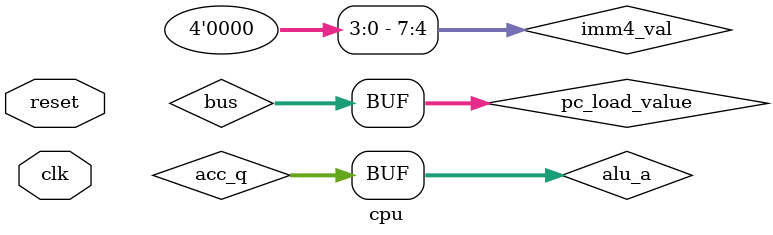
<source format=v>
`timescale 1ns/1ps

module cpu (
    input  wire clk,
    input  wire reset
);
    // bus connected to everything, bus can only be driven by one thing at a time
    wire [7:0] bus;

    // PC + ROM + IR
    wire [7:0] pc_out;
    wire [7:0] rom_dout;
    wire       rom_read;

    wire       pc_enable;
    wire       pc_load  = (is_JMP & T1);    // load PC at T1
    wire [7:0] pc_load_value = bus;         // new address comes from bus


    //program counter
    pc u_pc (
        .clk(clk),
        .reset(reset),
        .load(pc_load),
        .enable(pc_enable),
        .load_value(pc_load_value),
        .pc_out(pc_out)
    );

    //read only memory
    rom u_rom (
        .address(pc_out[3:0]),
        .read_en(rom_read),
        .data_out(rom_dout)
    );

    wire       ir_load;
    wire [7:0] IR;

    //instruction register
    ir u_ir (
        .clk(clk),
        .reset(reset),
        .load(ir_load),
        .instr_in(rom_dout),
        .instr_out(IR)
    );


    // Microstep counter T (00->11)
    reg [1:0] T;
    wire T0 = (T == 2'b00);
    wire T1 = (T == 2'b01);
    wire T2 = (T == 2'b10);
    wire T3 = (T == 2'b11);

    always @(posedge clk) begin //ever positive edge checks if reset is high, if not increment T
        if (reset) T <= 2'b00;
        else       T <= T + 2'b01;
    end

    wire [3:0] opcode = IR[7:4]; //the fetched instruction is split into opcode and low nibble
    wire [3:0] low    = IR[3:0];

    // Opcodes
    localparam [3:0] OP_LDI = 4'h1; // 4-bit imm
    localparam [3:0] OP_ADD = 4'h2; //add
    localparam [3:0] OP_SUB = 4'h3; //subtract
    localparam [3:0] OP_AND = 4'h4; //and  
    localparam [3:0] OP_OR  = 4'h5; //or
    localparam [3:0] OP_XOR = 4'h6; //xor
    localparam [3:0] OP_MOV = 4'h7; // move A
    localparam [3:0] OP_NOT = 4'h8; // not (A only)
    localparam [3:0] OP_PSB = 4'h9; // A<=Rn
    localparam [3:0] OP_INC = 4'hA; // increment (A only)
    localparam [3:0] OP_LD8 = 4'hB; // immediate 8
    localparam [3:0] OP_JMP = 4'hC; // jump
    localparam [3:0] OP_HLT = 4'hF; //halt

    //checks if each opcode is recieved and will set that instruction high
    wire is_LDI = (opcode == OP_LDI); 
    wire is_ADD = (opcode == OP_ADD);
    wire is_SUB = (opcode == OP_SUB);
    wire is_AND = (opcode == OP_AND);
    wire is_OR  = (opcode == OP_OR );
    wire is_XOR = (opcode == OP_XOR);
    wire is_MOV = (opcode == OP_MOV);
    wire is_NOT = (opcode == OP_NOT);
    wire is_PSB = (opcode == OP_PSB);
    wire is_INC = (opcode == OP_INC);
    wire is_LD8 = (opcode == OP_LD8);
    wire is_JMP = (opcode == OP_JMP);
    wire is_HLT = (opcode == OP_HLT);
    

    // One-hot decode for R1 to R7
    wire [2:0] n3 = low[2:0];
    wire [7:1] n_oh;
    //one hot outputs:  comparison outputs 1 if the operand selects that register, else 0 
    assign n_oh[1] = (n3 == 3'd1);
    assign n_oh[2] = (n3 == 3'd2);
    assign n_oh[3] = (n3 == 3'd3);
    assign n_oh[4] = (n3 == 3'd4);
    assign n_oh[5] = (n3 == 3'd5);
    assign n_oh[6] = (n3 == 3'd6);
    assign n_oh[7] = (n3 == 3'd7);


    // Accumulator bus A
    wire        acc_load_en; //load from A bus
    wire        acc_out_en; //drive A on to bus
    wire [7:0]  acc_q; //current A value
    wire [7:0]  acc_hold_or_bus; //next value line that will be fed into accumulator

    genvar ai;
    generate
        for (ai = 0; ai < 8; ai = ai + 1) begin : g_acc_mux
            mux2 u_acc_mux (
            .A(acc_q[ai]), //current A bit 
            .B(bus[ai]), // the bit on bus
            .S(acc_load_en), //selcts load from bus or hold
            .Y(acc_hold_or_bus[ai])); //output of each mux
        end
    endgenerate

    reg8 u_acc_reg (
        .D   (acc_hold_or_bus), //this is the A reg 
        .clk (clk),
        .set (1'b0),
        .reset(reset),
        .Q   (acc_q)
    );

    // A drive bus
    genvar ao; 
    generate
        for (ao = 0; ao < 8; ao = ao + 1) begin : g_acc_drive
            bufif1 u_acc_buf (
            bus[ao], //output
            acc_q[ao], //input
            acc_out_en); //enable
        end
    endgenerate

    // GPRs R1->R7 shard bus
    wire [7:1] r_out_en, r_load_en; //drive to / load from the bus enables

    genvar ri;
    generate //generate all 7 general purpose registers
        for (ri = 1; ri <= 7; ri = ri + 1) begin : g_gprs 
            gpr u_gpr (
                .clk     (clk),
                .reset   (reset),
                .load_en (r_load_en[ri]),
                .out_en  (r_out_en[ri]),
                .bus_in  (bus),
                .bus_out (bus)
            );
        end
    endgenerate

    // ALU + B-latch
    wire       b_load = (is_ADD | is_SUB | is_AND | is_OR | is_XOR | is_PSB) & T1;
    wire [7:0] b_q, b_next;

    genvar bi;
    generate
        for (bi = 0; bi < 8; bi = bi + 1) begin : g_bmux
            mux2 u_bmux (
                .A(b_q[bi]),
                .B(bus[bi]), 
                .S(b_load), 
                .Y(b_next[bi]));
        end
    endgenerate

    reg8 u_breg (.D(b_next), .clk(clk), .set(1'b0), .reset(reset), .Q(b_q));

    wire [7:0] alu_a = acc_q;
    wire [7:0] alu_b = b_q;
    wire [2:0] alu_op;
    wire [7:0] alu_y;
    wire       alu_out_en;

    alu_8bit u_alu (.a(alu_a), .b(alu_b), .op(alu_op), .result(alu_y));

    genvar yi;
    generate
        for (yi = 0; yi < 8; yi = yi + 1) begin : g_alu_drive
            bufif1 u_alu_buf (
                bus[yi],
                alu_y[yi],
                alu_out_en);
        end
    endgenerate

    // Immediate drivers

    // LDI imm4 at T1
    wire       imm4_out_en = (is_LDI & T1); //enable for imm val driver
    wire [7:0] imm4_val    = {4'b0000, low}; //concatonate 0000 with low nibble

    genvar ii;
    generate
        for (ii = 0; ii < 8; ii = ii + 1) begin : g_imm4_drive
            bufif1 u_imm4_buf (
            bus[ii], //drive output to shared bus
            imm4_val[ii], //bit to be driven 
            imm4_out_en); //enable bit of the tri state buff
        end
    endgenerate

    // loading full byte
    wire rom_bus_en = ((is_LD8 | is_JMP) & T1); //LD8 or jump is called 

    genvar irb; //index for rom bus
    generate
        for (irb = 0; irb < 8; irb = irb + 1) begin : g_rom_bus_drive
            bufif1 u_rom_buf (
                bus[irb], //drive to shared bus
                rom_dout[irb], //where data is coming from
                rom_bus_en //enable drive
                );
        end
    endgenerate

    // RAM 
    wire [7:0] ram_dout; //read from ram
    ram u_ram (
        .clk      (clk),
        .address  (pc_out[3:0]), //address of instrcuon being fetched
        .write_en (1'b0), //disabled
        .read_en  (1'b0), //disabled
        .data_in  (bus), //data to be written
        .data_out (ram_dout) //data read from ram
    );

    // Control timing: fetch and enable
 
    assign rom_read  = T0 | ((is_LD8 | is_JMP) & T1);

    assign ir_load   = T0; // IR loads only on opcode fetch

    
    assign pc_enable = (T0 & ~is_HLT) | (is_LD8 & T1); // PC increments each T0 and also at T1 for LDI8 to skip the immediate byte

    // Phase flags
    wire bin_t1_driveRn = ((is_ADD | is_SUB | is_AND | is_OR | is_XOR | is_PSB) & T1); //used to set r_out_en[n]

    //result written back into A (binary ops)
    wire add_t2_writeA  = (is_ADD & T2);
    wire sub_t2_writeA  = (is_SUB & T2);
    wire and_t2_writeA  = (is_AND & T2);
    wire or__t2_writeA  = (is_OR  & T2);
    wire xor_t2_writeA  = (is_XOR & T2);
    wire psb_t2_writeA  = (is_PSB & T2);

    //alu result islatched at T2, so A loads then (unary ops)
    wire not_t2_writeA  = (is_NOT & T2); 
    wire inc_t2_writeA  = (is_INC & T2); 

    //same deal at T1
    wire ldi4_t1_writeA = (is_LDI & T1);
    wire ldi8_t1_writeA = (is_LD8 & T1);

    // Rn drives bus at T1 for all binary ops
    assign r_out_en[1] = bin_t1_driveRn & n_oh[1];
    assign r_out_en[2] = bin_t1_driveRn & n_oh[2];
    assign r_out_en[3] = bin_t1_driveRn & n_oh[3];
    assign r_out_en[4] = bin_t1_driveRn & n_oh[4];
    assign r_out_en[5] = bin_t1_driveRn & n_oh[5];
    assign r_out_en[6] = bin_t1_driveRn & n_oh[6];
    assign r_out_en[7] = bin_t1_driveRn & n_oh[7];

    // MOV: A drives bus across T1 & T2; Rn loads at T2
    //copy A’s value into register Rn
    wire mov_t1_driveA  = (is_MOV & T1); //put a value on shared bus
    wire mov_t2_writeRn = (is_MOV & T2); //takes bus value and stores it in rn
    assign acc_out_en   = mov_t1_driveA | mov_t2_writeRn;

    // Rn loads from bus at MOV T2
    assign r_load_en[1] = mov_t2_writeRn & n_oh[1];
    assign r_load_en[2] = mov_t2_writeRn & n_oh[2];
    assign r_load_en[3] = mov_t2_writeRn & n_oh[3];
    assign r_load_en[4] = mov_t2_writeRn & n_oh[4];
    assign r_load_en[5] = mov_t2_writeRn & n_oh[5];
    assign r_load_en[6] = mov_t2_writeRn & n_oh[6];
    assign r_load_en[7] = mov_t2_writeRn & n_oh[7];

    // A writebacks: executing op and at T2
    wire t2_writeA_any = add_t2_writeA | sub_t2_writeA | and_t2_writeA | or__t2_writeA
                       | xor_t2_writeA | psb_t2_writeA | not_t2_writeA | inc_t2_writeA;


    // ALU result is on the bus at T2 or cnst is on bus for T1
    assign acc_load_en = t2_writeA_any | ldi4_t1_writeA | ldi8_t1_writeA; 

    // ALU op select / enable
    localparam [2:0] ALU_ADD  = 3'b000,
                     ALU_SUB  = 3'b001,
                     ALU_AND  = 3'b010,
                     ALU_OR   = 3'b011,
                     ALU_XOR  = 3'b100,
                     ALU_NOT  = 3'b101,
                     ALU_PASSB= 3'b110,
                     ALU_INC  = 3'b111;

    //instruction type flag (unary or binary)
    wire is_bin = (is_ADD | is_SUB | is_AND | is_OR | is_XOR | is_PSB);
    wire is_un  = (is_NOT | is_INC);

    //assigning the alu operation
    assign alu_op =
          is_SUB ? ALU_SUB   :
          is_AND ? ALU_AND   :
          is_OR  ? ALU_OR    :
          is_XOR ? ALU_XOR   :
          is_NOT ? ALU_NOT   :
          is_PSB ? ALU_PASSB :
          is_INC ? ALU_INC   :
                   ALU_ADD;

    assign alu_out_en = ((is_bin | is_un) & T2); //
endmodule

</source>
